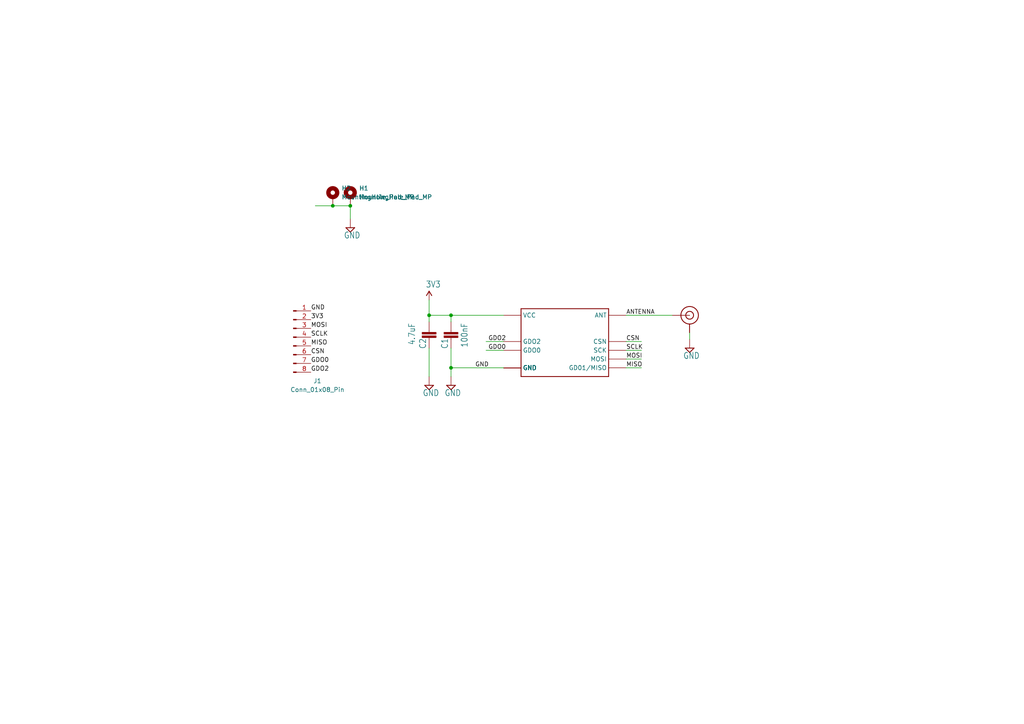
<source format=kicad_sch>
(kicad_sch (version 20231120) (generator "eeschema") (generator_version "8.0")
  (paper "A4")
  (lib_symbols
    (symbol "CC1101-E07-PI-eagle-import:3V3" (power)
      (symbol "3V3_1_0"
        (polyline (pts (xy 0 2.54) (xy -0.762 1.27)) (stroke (width 0.254)))
        (polyline (pts (xy 0.762 1.27) (xy 0 2.54)) (stroke (width 0.254)))
        (pin power_in line (at 0 0 90) (length 2.54) (name "3V3") (number "1"))
      )
    )
    (symbol "CC1101-E07-PI-eagle-import:ANTENNASMA"
      (symbol "ANTENNASMA_1_0"
        (circle (center 0 0) (radius 1.1359) (stroke (width 0.254)))
        (circle (center 0 0) (radius 2.54) (stroke (width 0.254)))
        (pin bidirectional line (at -5.08 0 0) (length 5.08) (name "ANT") (number "ANT0"))
        (pin bidirectional line (at -5.08 0 0) (length 5.08) (name "ANT") (number "ANT1"))
        (pin bidirectional line (at -5.08 0 0) (length 5.08) (name "ANT") (number "ANT2"))
        (pin bidirectional line (at 0 -5.08 90) (length 2.54) (name "GND") (number "GND3"))
        (pin bidirectional line (at 0 -5.08 90) (length 2.54) (name "GND") (number "GND4"))
        (pin bidirectional line (at 0 -5.08 90) (length 2.54) (name "GND") (number "GND5"))
        (pin bidirectional line (at 0 -5.08 90) (length 2.54) (name "GND") (number "GND6"))
      )
    )
    (symbol "CC1101-E07-PI-eagle-import:CAP0402-CAP"
      (property "Reference" "C" (at 1.524 2.921 0))
      (symbol "CAP0402-CAP_1_0"
        (rectangle (start -2.032 0.508) (end 2.032 1.016) (fill (type outline)))
        (rectangle (start -2.032 1.524) (end 2.032 2.032) (fill (type outline)))
        (polyline (pts (xy 0 0) (xy 0 0.508)) (stroke (width 0.1524)))
        (polyline (pts (xy 0 2.54) (xy 0 2.032)) (stroke (width 0.1524)))
        (pin passive line (at 0 5.08 270) (length 2.54) (name "1") (number "1"))
        (pin passive line (at 0 -2.54 90) (length 2.54) (name "2") (number "2"))
      )
    )
    (symbol "CC1101-E07-PI-eagle-import:E07-900M10S"
      (symbol "E07-900M10S_1_0"
        (polyline (pts (xy -12.7 -10.16) (xy -12.7 9.525)) (stroke (width 0.254)))
        (polyline (pts (xy -12.7 9.525) (xy 12.7 9.525)) (stroke (width 0.254)))
        (polyline (pts (xy 12.7 -10.16) (xy -12.7 -10.16)) (stroke (width 0.254)))
        (polyline (pts (xy 12.7 9.525) (xy 12.7 -10.16)) (stroke (width 0.254)))
        (pin bidirectional line (at -17.78 -7.62 0) (length 5.08) (name "GND") (number "1"))
        (pin bidirectional line (at -17.78 -7.62 0) (length 5.08) (name "GND") (number "11"))
        (pin bidirectional line (at -17.78 -7.62 0) (length 5.08) (name "GND") (number "12"))
        (pin bidirectional line (at -17.78 0 0) (length 5.08) (name "GDO2") (number "14"))
        (pin bidirectional line (at -17.78 -2.54 0) (length 5.08) (name "GDO0") (number "15"))
        (pin bidirectional line (at 17.78 -7.62 180) (length 5.08) (name "GD01/MISO") (number "16"))
        (pin bidirectional line (at 17.78 -5.08 180) (length 5.08) (name "MOSI") (number "17"))
        (pin bidirectional line (at 17.78 -2.54 180) (length 5.08) (name "SCK") (number "18"))
        (pin bidirectional line (at 17.78 0 180) (length 5.08) (name "CSN") (number "19"))
        (pin bidirectional line (at -17.78 -7.62 0) (length 5.08) (name "GND") (number "2"))
        (pin bidirectional line (at -17.78 -7.62 0) (length 5.08) (name "GND") (number "20"))
        (pin bidirectional line (at 17.78 7.62 180) (length 5.08) (name "ANT") (number "21"))
        (pin bidirectional line (at -17.78 -7.62 0) (length 5.08) (name "GND") (number "22"))
        (pin bidirectional line (at -17.78 -7.62 0) (length 5.08) (name "GND") (number "3"))
        (pin bidirectional line (at -17.78 -7.62 0) (length 5.08) (name "GND") (number "4"))
        (pin bidirectional line (at -17.78 -7.62 0) (length 5.08) (name "GND") (number "5"))
        (pin bidirectional line (at -17.78 7.62 0) (length 5.08) (name "VCC") (number "9"))
      )
    )
    (symbol "CC1101-E07-PI-eagle-import:GND" (power)
      (symbol "GND_1_0"
        (polyline (pts (xy -1.27 0) (xy 1.27 0)) (stroke (width 0.254)))
        (polyline (pts (xy 0 -1.27) (xy -1.27 0)) (stroke (width 0.254)))
        (polyline (pts (xy 1.27 0) (xy 0 -1.27)) (stroke (width 0.254)))
        (pin power_in line (at 0 2.54 270) (length 2.54) (name "GND") (number "1"))
      )
    )
    (symbol "Connector:Conn_01x08_Pin" (pin_names (offset 1.016) hide)
      (property "Reference" "J" (at 0 10.16 0))
      (property "Value" "Conn_01x08_Pin" (at 0 -12.7 0))
      (symbol "Conn_01x08_Pin_1_1"
        (polyline (pts (xy 1.27 -10.16) (xy 0.8636 -10.16)) (stroke (width 0.1524)))
        (polyline (pts (xy 1.27 -7.62) (xy 0.8636 -7.62)) (stroke (width 0.1524)))
        (polyline (pts (xy 1.27 -5.08) (xy 0.8636 -5.08)) (stroke (width 0.1524)))
        (polyline (pts (xy 1.27 -2.54) (xy 0.8636 -2.54)) (stroke (width 0.1524)))
        (polyline (pts (xy 1.27 0) (xy 0.8636 0)) (stroke (width 0.1524)))
        (polyline (pts (xy 1.27 2.54) (xy 0.8636 2.54)) (stroke (width 0.1524)))
        (polyline (pts (xy 1.27 5.08) (xy 0.8636 5.08)) (stroke (width 0.1524)))
        (polyline (pts (xy 1.27 7.62) (xy 0.8636 7.62)) (stroke (width 0.1524)))
        (rectangle (start 0.8636 -10.033) (end 0 -10.287) (stroke (width 0.1524)) (fill (type outline)))
        (rectangle (start 0.8636 -7.493) (end 0 -7.747) (stroke (width 0.1524)) (fill (type outline)))
        (rectangle (start 0.8636 -4.953) (end 0 -5.207) (stroke (width 0.1524)) (fill (type outline)))
        (rectangle (start 0.8636 -2.413) (end 0 -2.667) (stroke (width 0.1524)) (fill (type outline)))
        (rectangle (start 0.8636 0.127) (end 0 -0.127) (stroke (width 0.1524)) (fill (type outline)))
        (rectangle (start 0.8636 2.667) (end 0 2.413) (stroke (width 0.1524)) (fill (type outline)))
        (rectangle (start 0.8636 5.207) (end 0 4.953) (stroke (width 0.1524)) (fill (type outline)))
        (rectangle (start 0.8636 7.747) (end 0 7.493) (stroke (width 0.1524)) (fill (type outline)))
        (pin passive line (at 5.08 7.62 180) (length 3.81) (name "Pin_1") (number "1"))
        (pin passive line (at 5.08 5.08 180) (length 3.81) (name "Pin_2") (number "2"))
        (pin passive line (at 5.08 2.54 180) (length 3.81) (name "Pin_3") (number "3"))
        (pin passive line (at 5.08 0 180) (length 3.81) (name "Pin_4") (number "4"))
        (pin passive line (at 5.08 -2.54 180) (length 3.81) (name "Pin_5") (number "5"))
        (pin passive line (at 5.08 -5.08 180) (length 3.81) (name "Pin_6") (number "6"))
        (pin passive line (at 5.08 -7.62 180) (length 3.81) (name "Pin_7") (number "7"))
        (pin passive line (at 5.08 -10.16 180) (length 3.81) (name "Pin_8") (number "8"))
      )
    )
    (symbol "Mechanical:MountingHole_Pad_MP" (pin_numbers hide) (pin_names (offset 1.016) hide) (exclude_from_sim yes) (in_bom no)
      (property "Reference" "H" (at 0 6.35 0))
      (property "Value" "MountingHole_Pad_MP" (at 0 4.445 0))
      (symbol "MountingHole_Pad_MP_0_1"
        (circle (center 0 1.27) (radius 1.27) (stroke (width 1.27)))
      )
      (symbol "MountingHole_Pad_MP_1_1"
        (pin input line (at 0 -2.54 90) (length 2.54) (name "MP") (number "MP"))
      )
    )
  )
  (junction (at 96.52 59.69))
  (junction (at 101.6 59.69))
  (junction (at 124.46 91.44))
  (junction (at 130.81 106.68))
  (junction (at 130.81 91.44))
  (wire (pts (xy 91.44 59.69) (xy 96.52 59.69)))
  (wire (pts (xy 130.81 106.68) (xy 130.81 100.965)) (stroke (width 0.1524)))
  (wire (pts (xy 200.025 96.52) (xy 200.025 98.425)) (stroke (width 0.1524)))
  (wire (pts (xy 130.81 91.44) (xy 130.81 93.345)) (stroke (width 0.1524)))
  (wire (pts (xy 186.055 101.6) (xy 181.61 101.6)) (stroke (width 0.1524)))
  (wire (pts (xy 96.52 59.69) (xy 101.6 59.69)))
  (wire (pts (xy 146.05 91.44) (xy 130.81 91.44)) (stroke (width 0.1524)))
  (wire (pts (xy 124.46 91.44) (xy 124.46 86.995)) (stroke (width 0.1524)))
  (wire (pts (xy 186.055 106.68) (xy 181.61 106.68)) (stroke (width 0.1524)))
  (wire (pts (xy 124.46 109.22) (xy 124.46 100.965)) (stroke (width 0.1524)))
  (wire (pts (xy 140.97 101.6) (xy 146.05 101.6)) (stroke (width 0.1524)))
  (wire (pts (xy 181.61 91.44) (xy 194.945 91.44)) (stroke (width 0.1524)))
  (wire (pts (xy 130.81 91.44) (xy 124.46 91.44)) (stroke (width 0.1524)))
  (wire (pts (xy 130.81 109.22) (xy 130.81 106.68)) (stroke (width 0.1524)))
  (wire (pts (xy 186.055 104.14) (xy 181.61 104.14)) (stroke (width 0.1524)))
  (wire (pts (xy 186.055 99.06) (xy 181.61 99.06)) (stroke (width 0.1524)))
  (wire (pts (xy 124.46 93.345) (xy 124.46 91.44)) (stroke (width 0.1524)))
  (wire (pts (xy 101.6 63.5) (xy 101.6 59.69)))
  (wire (pts (xy 140.97 99.06) (xy 146.05 99.06)) (stroke (width 0.1524)))
  (wire (pts (xy 146.05 106.68) (xy 130.81 106.68)) (stroke (width 0.1524)))
  (label "MISO" (at 90.17 100.33 0))
  (label "GDO0" (at 141.605 101.6 0) (effects (font (size 1.2446 1.2446))))
  (label "SCLK" (at 181.61 101.6 0) (effects (font (size 1.2446 1.2446))))
  (label "MOSI" (at 90.17 95.25 0))
  (label "SCLK" (at 90.17 97.79 0))
  (label "CSN" (at 181.61 99.06 0) (effects (font (size 1.2446 1.2446))))
  (label "3V3" (at 90.17 92.71 0))
  (label "GND" (at 137.795 106.68 0) (effects (font (size 1.2446 1.2446))))
  (label "MISO" (at 181.61 106.68 0) (effects (font (size 1.2446 1.2446))))
  (label "GDO2" (at 90.17 107.95 0))
  (label "GND" (at 90.17 90.17 0))
  (label "ANTENNA" (at 181.61 91.44 0) (effects (font (size 1.2446 1.2446))))
  (label "GDO0" (at 90.17 105.41 0))
  (label "GDO2" (at 141.605 99.06 0) (effects (font (size 1.2446 1.2446))))
  (label "CSN" (at 90.17 102.87 0))
  (label "MOSI" (at 181.61 104.14 0) (effects (font (size 1.2446 1.2446))))
  (symbol (lib_id "CC1101-E07-PI-eagle-import:ANTENNASMA") (at 200.025 91.44 0) (unit 1)
    (property "Reference" "J$1" (effects (hide yes)))
    (property "Value" "ANTENNASMA" (effects (hide yes)))
    (property "Footprint" "Library:SMA_PAD" (effects (hide yes)))
  )
  (symbol (lib_id "CC1101-E07-PI-eagle-import:GND") (at 101.6 66.04 0) (unit 1)
    (property "Reference" "#SUPPLY01" (effects (hide yes)))
    (property "Value" "GND" (at 99.695 69.215 0) (effects (font (size 1.778 1.5113)) (justify left bottom)))
  )
  (symbol (lib_id "CC1101-E07-PI-eagle-import:CAP0402-CAP") (at 130.81 95.885 180) (unit 1)
    (property "Reference" "C1" (at 128.016 98.044 90) (effects (font (size 1.778 1.5113)) (justify left bottom)))
    (property "Value" "100nF" (at 133.731 93.599 90) (effects (font (size 1.778 1.5113)) (justify left bottom)))
    (property "Footprint" "Capacitor_SMD:C_1210_3225Metric_Pad1.33x2.70mm_HandSolder" (effects (hide yes)))
  )
  (symbol (lib_id "CC1101-E07-PI-eagle-import:GND") (at 130.81 111.76 0) (unit 1)
    (property "Reference" "#SUPPLY05" (effects (hide yes)))
    (property "Value" "GND" (at 128.905 114.935 0) (effects (font (size 1.778 1.5113)) (justify left bottom)))
  )
  (symbol (lib_id "CC1101-E07-PI-eagle-import:GND") (at 200.025 100.965 0) (unit 1)
    (property "Reference" "#SUPPLY04" (effects (hide yes)))
    (property "Value" "GND" (at 198.12 104.14 0) (effects (font (size 1.778 1.5113)) (justify left bottom)))
  )
  (symbol (lib_id "Mechanical:MountingHole_Pad_MP") (at 96.52 57.15 0) (unit 1) (exclude_from_sim yes) (in_bom no)
    (property "Reference" "H2" (at 99.06 54.6099 0) (effects (justify left)))
    (property "Value" "MountingHole_Pad_MP" (at 99.06 57.1499 0) (effects (justify left)))
    (property "Footprint" "MountingHole:MountingHole_2.5mm_Pad_Via" (effects (hide yes)))
    (property "Description" "Mounting Hole with connection as pad named MP" (effects (hide yes)))
  )
  (symbol (lib_id "CC1101-E07-PI-eagle-import:GND") (at 124.46 111.76 0) (unit 1)
    (property "Reference" "#SUPPLY08" (effects (hide yes)))
    (property "Value" "GND" (at 122.555 114.935 0) (effects (font (size 1.778 1.5113)) (justify left bottom)))
  )
  (symbol (lib_id "CC1101-E07-PI-eagle-import:CAP0402-CAP") (at 124.46 95.885 180) (unit 1)
    (property "Reference" "C2" (at 121.666 98.044 90) (effects (font (size 1.778 1.5113)) (justify left bottom)))
    (property "Value" "4.7uF" (at 118.491 93.599 90) (effects (font (size 1.778 1.5113)) (justify left bottom)))
    (property "Footprint" "Capacitor_SMD:C_1210_3225Metric_Pad1.33x2.70mm_HandSolder" (effects (hide yes)))
  )
  (symbol (lib_id "Mechanical:MountingHole_Pad_MP") (at 101.6 57.15 0) (unit 1) (exclude_from_sim yes) (in_bom no)
    (property "Reference" "H1" (at 104.14 54.6099 0) (effects (justify left)))
    (property "Value" "MountingHole_Pad_MP" (at 104.14 57.1499 0) (effects (justify left)))
    (property "Footprint" "MountingHole:MountingHole_2.5mm_Pad_Via" (effects (hide yes)))
    (property "Description" "Mounting Hole with connection as pad named MP" (effects (hide yes)))
  )
  (symbol (lib_id "Connector:Conn_01x08_Pin") (at 85.09 97.79 0) (unit 1)
    (property "Reference" "J1" (at 92.075 110.49 0))
    (property "Value" "Conn_01x08_Pin" (at 92.075 113.03 0))
    (property "Footprint" "Connector_PinHeader_2.54mm:PinHeader_1x08_P2.54mm_Vertical" (effects (hide yes)))
    (property "Description" "Generic connector, single row, 01x08, script generated" (effects (hide yes)))
  )
  (symbol (lib_id "CC1101-E07-PI-eagle-import:E07-900M10S") (at 163.83 99.06 0) (unit 1)
    (property "Reference" "U1" (effects (hide yes)))
    (property "Value" "E07-900M10S" (effects (hide yes)))
    (property "Footprint" "Library:E07-900M10S" (effects (hide yes)))
  )
  (symbol (lib_id "CC1101-E07-PI-eagle-import:3V3") (at 124.46 86.995 0) (unit 1)
    (property "Reference" "#P+03" (effects (hide yes)))
    (property "Value" "3V3" (at 123.444 83.439 0) (effects (font (size 1.778 1.5113)) (justify left bottom)))
  )
)
</source>
